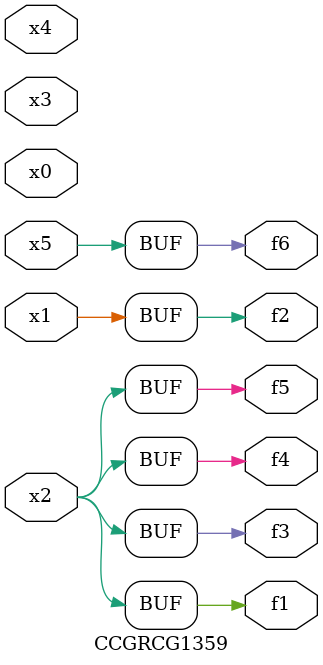
<source format=v>
module CCGRCG1359(
	input x0, x1, x2, x3, x4, x5,
	output f1, f2, f3, f4, f5, f6
);
	assign f1 = x2;
	assign f2 = x1;
	assign f3 = x2;
	assign f4 = x2;
	assign f5 = x2;
	assign f6 = x5;
endmodule

</source>
